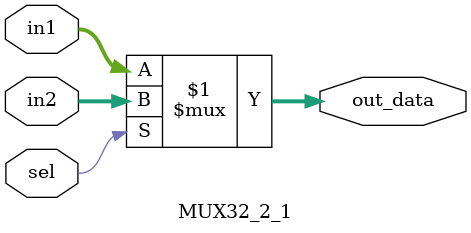
<source format=v>
`timescale 1ns / 1ps
module MUX32_2_1(out_data,in1,in2,sel
	);
input [31:0] in1,in2;
input sel;
output [31:0] out_data;

assign out_data = sel?in2:in1;

endmodule

</source>
